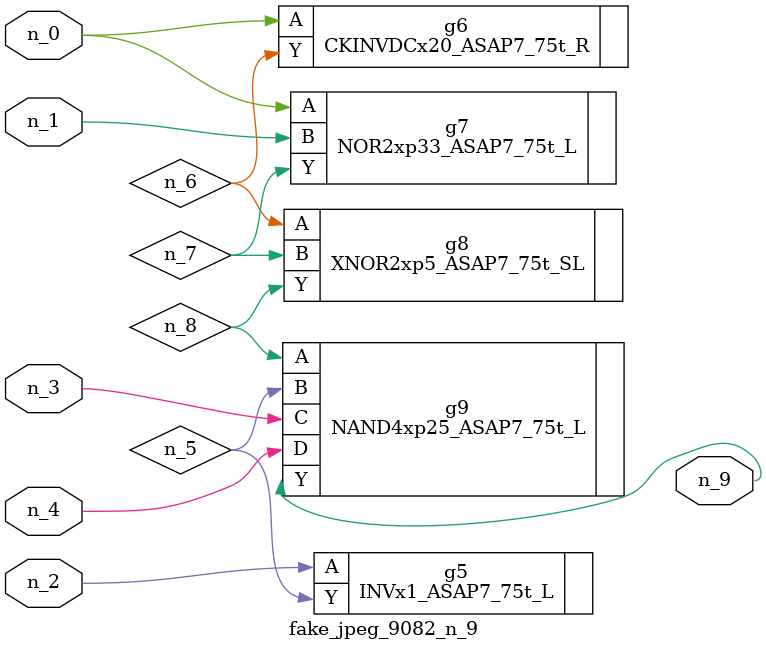
<source format=v>
module fake_jpeg_9082_n_9 (n_3, n_2, n_1, n_0, n_4, n_9);

input n_3;
input n_2;
input n_1;
input n_0;
input n_4;

output n_9;

wire n_8;
wire n_6;
wire n_5;
wire n_7;

INVx1_ASAP7_75t_L g5 ( 
.A(n_2),
.Y(n_5)
);

CKINVDCx20_ASAP7_75t_R g6 ( 
.A(n_0),
.Y(n_6)
);

NOR2xp33_ASAP7_75t_L g7 ( 
.A(n_0),
.B(n_1),
.Y(n_7)
);

XNOR2xp5_ASAP7_75t_SL g8 ( 
.A(n_6),
.B(n_7),
.Y(n_8)
);

NAND4xp25_ASAP7_75t_L g9 ( 
.A(n_8),
.B(n_5),
.C(n_3),
.D(n_4),
.Y(n_9)
);


endmodule
</source>
